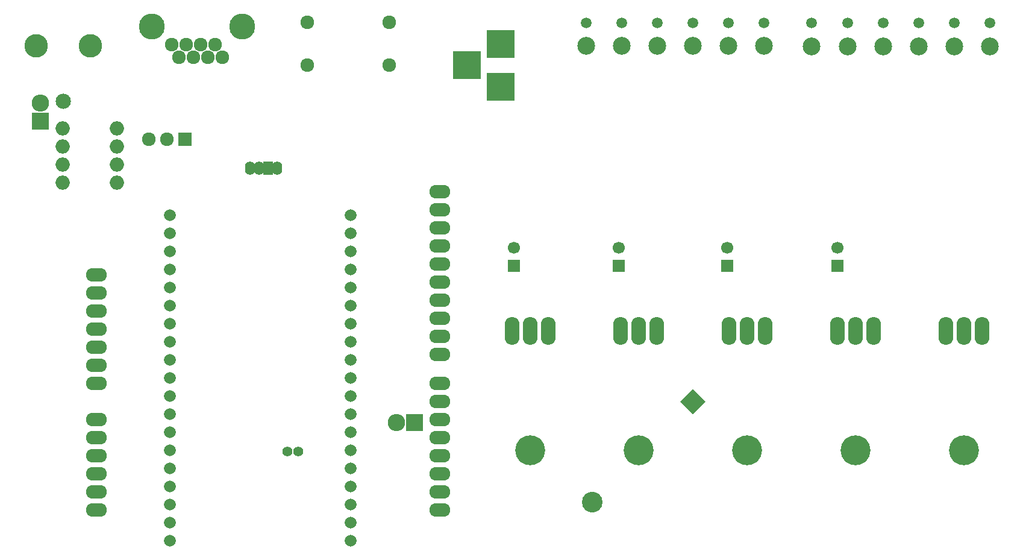
<source format=gbr>
G04 #@! TF.FileFunction,Soldermask,Bot*
%FSLAX46Y46*%
G04 Gerber Fmt 4.6, Leading zero omitted, Abs format (unit mm)*
G04 Created by KiCad (PCBNEW 4.0.2+dfsg1-stable) date Mon 20 Aug 2018 02:01:52 PM EDT*
%MOMM*%
G01*
G04 APERTURE LIST*
%ADD10C,0.100000*%
%ADD11O,2.940000X1.924000*%
%ADD12C,3.651200*%
%ADD13C,1.924000*%
%ADD14C,2.150000*%
%ADD15C,3.300000*%
%ADD16C,1.920000*%
%ADD17R,1.920000X1.920000*%
%ADD18O,2.000000X2.000000*%
%ADD19R,3.900120X3.900120*%
%ADD20C,2.500000*%
%ADD21C,1.500000*%
%ADD22C,1.700000*%
%ADD23R,1.700000X1.700000*%
%ADD24O,2.099260X3.900120*%
%ADD25C,4.199840*%
%ADD26C,1.400760*%
%ADD27O,1.400000X1.900000*%
%ADD28R,1.400000X1.900000*%
%ADD29R,2.432000X2.432000*%
%ADD30O,2.432000X2.432000*%
%ADD31C,2.900000*%
%ADD32C,1.670000*%
G04 APERTURE END LIST*
D10*
D11*
X31496000Y-119888000D03*
X31496000Y-117348000D03*
X31496000Y-114808000D03*
X31496000Y-107188000D03*
X31496000Y-109728000D03*
X31496000Y-112268000D03*
X31496000Y-102108000D03*
X31496000Y-99568000D03*
X31496000Y-97028000D03*
X31496000Y-91948000D03*
X31496000Y-89408000D03*
X79756000Y-119888000D03*
X79756000Y-117348000D03*
X79756000Y-114808000D03*
X79756000Y-112268000D03*
X79756000Y-109728000D03*
X79756000Y-107188000D03*
X79756000Y-104648000D03*
X79756000Y-102108000D03*
X79756000Y-98044000D03*
X79756000Y-95504000D03*
X79756000Y-92964000D03*
X79756000Y-90424000D03*
X79756000Y-87884000D03*
X79756000Y-85344000D03*
X79756000Y-82804000D03*
X79756000Y-80264000D03*
X31496000Y-94488000D03*
X79756000Y-77724000D03*
X79756000Y-75184000D03*
X31496000Y-86868000D03*
D12*
X51943000Y-51943000D03*
X39243000Y-51943000D03*
D13*
X48133000Y-54483000D03*
X46101000Y-54483000D03*
X44069000Y-54483000D03*
X42037000Y-54483000D03*
X49149000Y-56261000D03*
X47117000Y-56261000D03*
X45085000Y-56261000D03*
X43053000Y-56261000D03*
D14*
X26822400Y-62486200D03*
D15*
X30622400Y-54686200D03*
X23022400Y-54686200D03*
D16*
X41402000Y-67818000D03*
X38862000Y-67818000D03*
D17*
X43942000Y-67818000D03*
D18*
X34366200Y-73914000D03*
X34366200Y-71374000D03*
X34366200Y-68834000D03*
X34366200Y-66294000D03*
X26746200Y-66294000D03*
X26746200Y-68834000D03*
X26746200Y-71374000D03*
X26746200Y-73914000D03*
D19*
X88265000Y-60429140D03*
X88265000Y-54429660D03*
X83566000Y-57429400D03*
D20*
X157033000Y-54737000D03*
X152033000Y-54737000D03*
D21*
X157033000Y-51437000D03*
X152033000Y-51437000D03*
D20*
X147033000Y-54737000D03*
X142033000Y-54737000D03*
X137033000Y-54737000D03*
X132033000Y-54737000D03*
D21*
X147033000Y-51437000D03*
X142033000Y-51437000D03*
X137033000Y-51437000D03*
X132033000Y-51437000D03*
D20*
X125330000Y-54735000D03*
X120330000Y-54735000D03*
D21*
X125330000Y-51435000D03*
X120330000Y-51435000D03*
D20*
X115330000Y-54735000D03*
X110330000Y-54735000D03*
X105330000Y-54735000D03*
X100330000Y-54735000D03*
D21*
X115330000Y-51435000D03*
X110330000Y-51435000D03*
X105330000Y-51435000D03*
X100330000Y-51435000D03*
D22*
X120142000Y-83058000D03*
D23*
X120142000Y-85558000D03*
D22*
X104902000Y-83058000D03*
D23*
X104902000Y-85558000D03*
D22*
X90170000Y-83058000D03*
D23*
X90170000Y-85558000D03*
D24*
X153416000Y-94742000D03*
X155956000Y-94742000D03*
X150876000Y-94742000D03*
D25*
X153416000Y-111506000D03*
D24*
X122936000Y-94742000D03*
X125476000Y-94742000D03*
X120396000Y-94742000D03*
D25*
X122936000Y-111506000D03*
D24*
X107696000Y-94742000D03*
X110236000Y-94742000D03*
X105156000Y-94742000D03*
D25*
X107696000Y-111506000D03*
D24*
X92456000Y-94742000D03*
X94996000Y-94742000D03*
X89916000Y-94742000D03*
D25*
X92456000Y-111506000D03*
D22*
X135636000Y-83058000D03*
D23*
X135636000Y-85558000D03*
D24*
X138176000Y-94742000D03*
X140716000Y-94742000D03*
X135636000Y-94742000D03*
D25*
X138176000Y-111506000D03*
D26*
X58318400Y-111683800D03*
X59817000Y-111683800D03*
D27*
X56896000Y-71882000D03*
D28*
X55626000Y-71882000D03*
D27*
X54356000Y-71882000D03*
X53086000Y-71882000D03*
D29*
X23622000Y-65278000D03*
D30*
X23622000Y-62738000D03*
D10*
G36*
X115316000Y-102830736D02*
X117133264Y-104648000D01*
X115316000Y-106465264D01*
X113498736Y-104648000D01*
X115316000Y-102830736D01*
X115316000Y-102830736D01*
G37*
D31*
X101173864Y-118790136D03*
D13*
X72644000Y-51404000D03*
X72644000Y-57404000D03*
X61087000Y-51404000D03*
X61087000Y-57404000D03*
D32*
X67183000Y-124206000D03*
X67183000Y-121666000D03*
X67183000Y-119126000D03*
X67183000Y-116586000D03*
X67183000Y-114046000D03*
X67183000Y-111506000D03*
X67183000Y-108966000D03*
X67183000Y-106426000D03*
X67183000Y-103886000D03*
X67183000Y-101346000D03*
X67183000Y-98806000D03*
X67183000Y-96266000D03*
X67183000Y-93726000D03*
X67183000Y-91186000D03*
X67183000Y-88646000D03*
X67183000Y-86106000D03*
X67183000Y-81026000D03*
X67183000Y-83566000D03*
X67183000Y-78486000D03*
X41783000Y-103886000D03*
X41783000Y-98806000D03*
X41783000Y-106426000D03*
X41783000Y-93726000D03*
X41783000Y-101346000D03*
X41783000Y-96266000D03*
X41783000Y-88646000D03*
X41783000Y-81026000D03*
X41783000Y-91186000D03*
X41783000Y-86106000D03*
X41783000Y-78486000D03*
X41783000Y-83566000D03*
X41783000Y-116586000D03*
X41783000Y-114046000D03*
X41783000Y-119126000D03*
X41783000Y-121666000D03*
X41783000Y-124206000D03*
X41783000Y-108966000D03*
X41783000Y-111506000D03*
D29*
X76200000Y-107569000D03*
D30*
X73660000Y-107569000D03*
M02*

</source>
